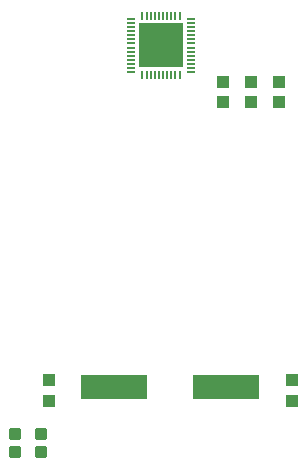
<source format=gbr>
%TF.GenerationSoftware,Altium Limited,Altium Designer,23.4.1 (23)*%
G04 Layer_Color=8421504*
%FSLAX45Y45*%
%MOMM*%
%TF.SameCoordinates,06F9E411-BB4A-4FCF-AF8D-8E7D50D0EFEC*%
%TF.FilePolarity,Positive*%
%TF.FileFunction,Paste,Top*%
%TF.Part,Single*%
G01*
G75*
%TA.AperFunction,SMDPad,CuDef*%
G04:AMPARAMS|DCode=11|XSize=0.94mm|YSize=1.02mm|CornerRadius=0.094mm|HoleSize=0mm|Usage=FLASHONLY|Rotation=270.000|XOffset=0mm|YOffset=0mm|HoleType=Round|Shape=RoundedRectangle|*
%AMROUNDEDRECTD11*
21,1,0.94000,0.83200,0,0,270.0*
21,1,0.75200,1.02000,0,0,270.0*
1,1,0.18800,-0.41600,-0.37600*
1,1,0.18800,-0.41600,0.37600*
1,1,0.18800,0.41600,0.37600*
1,1,0.18800,0.41600,-0.37600*
%
%ADD11ROUNDEDRECTD11*%
%ADD12R,1.00000X1.10000*%
%ADD13R,3.75000X3.75000*%
%ADD14R,0.15000X0.80000*%
%ADD15R,0.80000X0.15000*%
%ADD16R,5.60000X2.10000*%
D11*
X333375Y1222000D02*
D03*
Y1064000D02*
D03*
X555625D02*
D03*
Y1222000D02*
D03*
D12*
X2095500Y4196625D02*
D03*
Y4026625D02*
D03*
X2333625Y4196625D02*
D03*
Y4026625D02*
D03*
X2571750Y4196625D02*
D03*
Y4026625D02*
D03*
X619125Y1502500D02*
D03*
Y1672500D02*
D03*
X2682875Y1502500D02*
D03*
Y1672500D02*
D03*
D13*
X1571625Y4508500D02*
D03*
D14*
X1729125Y4258500D02*
D03*
X1694125D02*
D03*
X1659125D02*
D03*
X1624125D02*
D03*
X1589125D02*
D03*
X1554125D02*
D03*
X1519125D02*
D03*
X1484125D02*
D03*
X1449125D02*
D03*
X1414125D02*
D03*
Y4758500D02*
D03*
X1449125D02*
D03*
X1484125D02*
D03*
X1519125D02*
D03*
X1554125D02*
D03*
X1589125D02*
D03*
X1624125D02*
D03*
X1659125D02*
D03*
X1694125D02*
D03*
X1729125D02*
D03*
D15*
X1316625Y4281000D02*
D03*
Y4316000D02*
D03*
Y4351000D02*
D03*
Y4386000D02*
D03*
Y4421000D02*
D03*
Y4456000D02*
D03*
Y4491000D02*
D03*
Y4526000D02*
D03*
Y4561000D02*
D03*
Y4596000D02*
D03*
Y4631000D02*
D03*
Y4666000D02*
D03*
Y4701000D02*
D03*
Y4736000D02*
D03*
X1826625D02*
D03*
Y4701000D02*
D03*
Y4666000D02*
D03*
Y4631000D02*
D03*
Y4596000D02*
D03*
Y4561000D02*
D03*
Y4526000D02*
D03*
Y4491000D02*
D03*
Y4456000D02*
D03*
Y4421000D02*
D03*
Y4386000D02*
D03*
Y4351000D02*
D03*
Y4316000D02*
D03*
Y4281000D02*
D03*
D16*
X2125000Y1619250D02*
D03*
X1175000D02*
D03*
%TF.MD5,c3fbfa5aaac119c5e017594ff6801393*%
M02*

</source>
